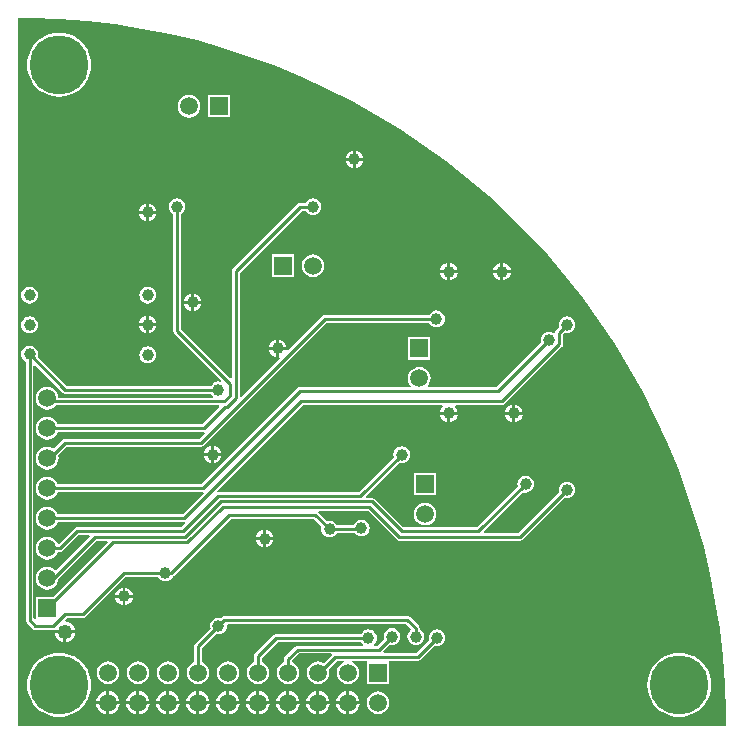
<source format=gbl>
%FSLAX24Y24*%
%MOIN*%
%SFA1B1*%

%IPPOS*%
%ADD24C,0.009840*%
%ADD26C,0.059060*%
%ADD27R,0.059060X0.059060*%
%ADD28R,0.059060X0.059060*%
%ADD29C,0.039370*%
%ADD30C,0.049210*%
%ADD31C,0.196850*%
%LNdeploy-1*%
%LPD*%
G36*
X1390Y23585D02*
X2315Y23512D01*
X3237Y23403*
X4153Y23258*
X5063Y23077*
X5965Y22861*
X6858Y22609*
X7740Y22322*
X8611Y22001*
X9468Y21646*
X10310Y21258*
X11137Y20836*
X11947Y20383*
X12738Y19898*
X13509Y19383*
X14260Y18838*
X14988Y18263*
X15694Y17661*
X16375Y17031*
X17031Y16375*
X17661Y15694*
X18263Y14988*
X18838Y14260*
X19383Y13509*
X19898Y12738*
X20383Y11947*
X20836Y11137*
X21258Y10310*
X21646Y9468*
X22001Y8611*
X22322Y7740*
X22609Y6858*
X22861Y5965*
X23077Y5063*
X23258Y4153*
X23403Y3237*
X23512Y2315*
X23585Y1390*
X23622Y463*
X23622Y0*
X0*
Y23622*
X463*
X1390Y23585*
G37*
%LNdeploy-2*%
%LPC*%
G36*
X8057Y1178D02*
Y836D01*
X8398*
X8391Y890*
X8351Y986*
X8288Y1068*
X8206Y1131*
X8110Y1171*
X8057Y1178*
G37*
G36*
X6057D02*
Y836D01*
X6398*
X6391Y890*
X6351Y986*
X6288Y1068*
X6206Y1131*
X6110Y1171*
X6057Y1178*
G37*
G36*
X3057D02*
Y836D01*
X3398*
X3391Y890*
X3351Y986*
X3288Y1068*
X3206Y1131*
X3110Y1171*
X3057Y1178*
G37*
G36*
X11057D02*
Y836D01*
X11398*
X11391Y890*
X11351Y986*
X11288Y1068*
X11206Y1131*
X11110Y1171*
X11057Y1178*
G37*
G36*
X7057D02*
Y836D01*
X7398*
X7391Y890*
X7351Y986*
X7288Y1068*
X7206Y1131*
X7110Y1171*
X7057Y1178*
G37*
G36*
X10057D02*
Y836D01*
X10398*
X10391Y890*
X10351Y986*
X10288Y1068*
X10206Y1131*
X10110Y1171*
X10057Y1178*
G37*
G36*
X9057D02*
Y836D01*
X9398*
X9391Y890*
X9351Y986*
X9288Y1068*
X9206Y1131*
X9110Y1171*
X9057Y1178*
G37*
G36*
X6958D02*
X6905Y1171D01*
X6809Y1131*
X6727Y1068*
X6664Y986*
X6624Y890*
X6617Y836*
X6958*
Y1178*
G37*
G36*
X2958D02*
X2905Y1171D01*
X2809Y1131*
X2727Y1068*
X2664Y986*
X2624Y890*
X2617Y836*
X2958*
Y1178*
G37*
G36*
X9958D02*
X9905Y1171D01*
X9809Y1131*
X9727Y1068*
X9664Y986*
X9624Y890*
X9617Y836*
X9958*
Y1178*
G37*
G36*
X5057D02*
Y836D01*
X5398*
X5391Y890*
X5351Y986*
X5288Y1068*
X5206Y1131*
X5110Y1171*
X5057Y1178*
G37*
G36*
X4057D02*
Y836D01*
X4398*
X4391Y890*
X4351Y986*
X4288Y1068*
X4206Y1131*
X4110Y1171*
X4057Y1178*
G37*
G36*
X10958D02*
X10905Y1171D01*
X10809Y1131*
X10727Y1068*
X10664Y986*
X10624Y890*
X10617Y836*
X10958*
Y1178*
G37*
G36*
X3834Y4281D02*
X3592D01*
Y4039*
X3620Y4043*
X3692Y4072*
X3753Y4120*
X3801Y4181*
X3831Y4253*
X3834Y4281*
G37*
G36*
X3494D02*
X3252D01*
X3255Y4253*
X3285Y4181*
X3332Y4120*
X3394Y4072*
X3466Y4043*
X3494Y4039*
Y4281*
G37*
G36*
X12992Y3673D02*
X6888D01*
X6838Y3663*
X6796Y3635*
X6773Y3612*
X6764Y3616*
X6692Y3625*
X6621Y3616*
X6553Y3588*
X6496Y3544*
X6452Y3486*
X6424Y3419*
X6414Y3347*
X6424Y3275*
X6428Y3267*
X5915Y2755*
X5887Y2712*
X5877Y2662*
Y2138*
X5819Y2114*
X5741Y2054*
X5681Y1976*
X5643Y1885*
X5630Y1787*
X5643Y1689*
X5681Y1598*
X5741Y1520*
X5819Y1460*
X5910Y1423*
X6007Y1410*
X6105Y1423*
X6196Y1460*
X6274Y1520*
X6334Y1598*
X6372Y1689*
X6385Y1787*
X6372Y1885*
X6334Y1976*
X6274Y2054*
X6196Y2114*
X6138Y2138*
Y2608*
X6612Y3082*
X6621Y3079*
X6692Y3069*
X6764Y3079*
X6831Y3107*
X6889Y3151*
X6933Y3208*
X6961Y3275*
X6970Y3347*
X6967Y3375*
X7000Y3412*
X12938*
X13095Y3255*
X13092Y3205*
X13071Y3188*
X13027Y3131*
X12999Y3064*
X12989Y2992*
X12999Y2920*
X13027Y2853*
X13071Y2795*
X13128Y2751*
X13195Y2723*
X13267Y2714*
X13339Y2723*
X13406Y2751*
X13464Y2795*
X13508Y2853*
X13536Y2920*
X13545Y2992*
X13536Y3064*
X13508Y3131*
X13464Y3188*
X13406Y3232*
X13398Y3236*
Y3267*
X13388Y3317*
X13360Y3360*
X13084Y3635*
X13042Y3663*
X13033Y3665*
X12992Y3673*
G37*
G36*
X8179Y6210D02*
X7937D01*
X7940Y6182*
X7970Y6110*
X8017Y6049*
X8079Y6001*
X8151Y5972*
X8179Y5968*
Y6210*
G37*
G36*
X3592Y4622D02*
Y4379D01*
X3834*
X3831Y4407*
X3801Y4479*
X3753Y4541*
X3692Y4588*
X3620Y4618*
X3592Y4622*
G37*
G36*
X3494D02*
X3466Y4618D01*
X3394Y4588*
X3332Y4541*
X3285Y4479*
X3255Y4407*
X3252Y4379*
X3494*
Y4622*
G37*
G36*
X1915Y3100D02*
X1624D01*
Y2808*
X1664Y2814*
X1748Y2848*
X1820Y2903*
X1875Y2975*
X1910Y3059*
X1915Y3100*
G37*
G36*
X5007Y2164D02*
X4910Y2151D01*
X4819Y2114*
X4741Y2054*
X4681Y1976*
X4643Y1885*
X4630Y1787*
X4643Y1689*
X4681Y1598*
X4741Y1520*
X4819Y1460*
X4910Y1423*
X5007Y1410*
X5105Y1423*
X5196Y1460*
X5274Y1520*
X5334Y1598*
X5372Y1689*
X5385Y1787*
X5372Y1885*
X5334Y1976*
X5274Y2054*
X5196Y2114*
X5105Y2151*
X5007Y2164*
G37*
G36*
X4007D02*
X3910Y2151D01*
X3819Y2114*
X3741Y2054*
X3681Y1976*
X3643Y1885*
X3630Y1787*
X3643Y1689*
X3681Y1598*
X3741Y1520*
X3819Y1460*
X3910Y1423*
X4007Y1410*
X4105Y1423*
X4196Y1460*
X4274Y1520*
X4334Y1598*
X4372Y1689*
X4385Y1787*
X4372Y1885*
X4334Y1976*
X4274Y2054*
X4196Y2114*
X4105Y2151*
X4007Y2164*
G37*
G36*
X3007D02*
X2910Y2151D01*
X2819Y2114*
X2741Y2054*
X2681Y1976*
X2643Y1885*
X2630Y1787*
X2643Y1689*
X2681Y1598*
X2741Y1520*
X2819Y1460*
X2910Y1423*
X3007Y1410*
X3105Y1423*
X3196Y1460*
X3274Y1520*
X3334Y1598*
X3372Y1689*
X3385Y1787*
X3372Y1885*
X3334Y1976*
X3274Y2054*
X3196Y2114*
X3105Y2151*
X3007Y2164*
G37*
G36*
X1525Y3100D02*
X1233D01*
X1239Y3059*
X1273Y2975*
X1329Y2903*
X1401Y2848*
X1484Y2814*
X1525Y2808*
Y3100*
G37*
G36*
X12480Y3270D02*
X12408Y3260D01*
X12341Y3232*
X12283Y3188*
X12239Y3131*
X12211Y3064*
X12202Y2992*
X12211Y2920*
X12215Y2911*
X11993Y2689*
X11884*
X11867Y2739*
X11889Y2756*
X11933Y2813*
X11961Y2880*
X11970Y2952*
X11961Y3024*
X11933Y3091*
X11889Y3149*
X11831Y3193*
X11764Y3221*
X11692Y3230*
X11621Y3221*
X11553Y3193*
X11496Y3149*
X11452Y3091*
X11448Y3083*
X8622*
X8572Y3073*
X8529Y3045*
X7915Y2430*
X7887Y2388*
X7877Y2338*
Y2138*
X7819Y2114*
X7741Y2054*
X7681Y1976*
X7643Y1885*
X7630Y1787*
X7643Y1689*
X7681Y1598*
X7741Y1520*
X7819Y1460*
X7910Y1423*
X8007Y1410*
X8105Y1423*
X8196Y1460*
X8274Y1520*
X8334Y1598*
X8372Y1689*
X8385Y1787*
X8372Y1885*
X8334Y1976*
X8274Y2054*
X8196Y2114*
X8138Y2138*
Y2284*
X8676Y2822*
X11448*
X11452Y2813*
X11496Y2756*
X11518Y2739*
X11501Y2689*
X9330*
X9280Y2679*
X9238Y2651*
X8915Y2328*
X8887Y2286*
X8877Y2236*
Y2138*
X8819Y2114*
X8741Y2054*
X8681Y1976*
X8643Y1885*
X8630Y1787*
X8643Y1689*
X8681Y1598*
X8741Y1520*
X8819Y1460*
X8910Y1423*
X9007Y1410*
X9105Y1423*
X9196Y1460*
X9274Y1520*
X9334Y1598*
X9372Y1689*
X9385Y1787*
X9372Y1885*
X9334Y1976*
X9274Y2054*
X9196Y2114*
X9145Y2135*
X9140Y2184*
X9384Y2428*
X10441*
X10461Y2378*
X10197Y2113*
X10196Y2114*
X10105Y2151*
X10007Y2164*
X9910Y2151*
X9819Y2114*
X9741Y2054*
X9681Y1976*
X9643Y1885*
X9630Y1787*
X9643Y1689*
X9681Y1598*
X9741Y1520*
X9819Y1460*
X9910Y1423*
X10007Y1410*
X10105Y1423*
X10196Y1460*
X10274Y1520*
X10334Y1598*
X10372Y1689*
X10385Y1787*
X10372Y1885*
X10362Y1909*
X10644Y2192*
X10877*
X10887Y2142*
X10819Y2114*
X10741Y2054*
X10681Y1976*
X10643Y1885*
X10630Y1787*
X10643Y1689*
X10681Y1598*
X10741Y1520*
X10819Y1460*
X10910Y1423*
X11007Y1410*
X11105Y1423*
X11196Y1460*
X11274Y1520*
X11334Y1598*
X11372Y1689*
X11385Y1787*
X11372Y1885*
X11334Y1976*
X11274Y2054*
X11196Y2114*
X11128Y2142*
X11138Y2192*
X11596*
X11633Y2161*
Y2142*
Y1413*
X12381*
Y2142*
Y2161*
X12419Y2192*
X13346*
X13396Y2202*
X13438Y2230*
X13895Y2687*
X13904Y2684*
X13976Y2674*
X14048Y2684*
X14115Y2712*
X14172Y2756*
X14217Y2813*
X14244Y2880*
X14254Y2952*
X14244Y3024*
X14217Y3091*
X14172Y3149*
X14115Y3193*
X14048Y3221*
X13976Y3230*
X13904Y3221*
X13837Y3193*
X13779Y3149*
X13735Y3091*
X13707Y3024*
X13698Y2952*
X13707Y2880*
X13711Y2872*
X13292Y2453*
X12196*
X12176Y2503*
X12399Y2727*
X12408Y2723*
X12480Y2714*
X12552Y2723*
X12619Y2751*
X12676Y2795*
X12721Y2853*
X12748Y2920*
X12758Y2992*
X12748Y3064*
X12721Y3131*
X12676Y3188*
X12619Y3232*
X12552Y3260*
X12480Y3270*
G37*
G36*
X7007Y2164D02*
X6910Y2151D01*
X6819Y2114*
X6741Y2054*
X6681Y1976*
X6643Y1885*
X6630Y1787*
X6643Y1689*
X6681Y1598*
X6741Y1520*
X6819Y1460*
X6910Y1423*
X7007Y1410*
X7105Y1423*
X7196Y1460*
X7274Y1520*
X7334Y1598*
X7372Y1689*
X7385Y1787*
X7372Y1885*
X7334Y1976*
X7274Y2054*
X7196Y2114*
X7105Y2151*
X7007Y2164*
G37*
G36*
X9958Y738D02*
X9617D01*
X9624Y684*
X9664Y588*
X9727Y506*
X9809Y443*
X9905Y403*
X9958Y396*
Y738*
G37*
G36*
X8958D02*
X8617D01*
X8624Y684*
X8664Y588*
X8727Y506*
X8809Y443*
X8905Y403*
X8958Y396*
Y738*
G37*
G36*
X7958D02*
X7617D01*
X7624Y684*
X7664Y588*
X7727Y506*
X7809Y443*
X7905Y403*
X7958Y396*
Y738*
G37*
G36*
X4398D02*
X4057D01*
Y396*
X4110Y403*
X4206Y443*
X4288Y506*
X4351Y588*
X4391Y684*
X4398Y738*
G37*
G36*
X3398D02*
X3057D01*
Y396*
X3110Y403*
X3206Y443*
X3288Y506*
X3351Y588*
X3391Y684*
X3398Y738*
G37*
G36*
X10958D02*
X10617D01*
X10624Y684*
X10664Y588*
X10727Y506*
X10809Y443*
X10905Y403*
X10958Y396*
Y738*
G37*
G36*
X6958D02*
X6617D01*
X6624Y684*
X6664Y588*
X6727Y506*
X6809Y443*
X6905Y403*
X6958Y396*
Y738*
G37*
G36*
X2958D02*
X2617D01*
X2624Y684*
X2664Y588*
X2727Y506*
X2809Y443*
X2905Y403*
X2958Y396*
Y738*
G37*
G36*
X22047Y2444D02*
X21880Y2431D01*
X21717Y2392*
X21563Y2328*
X21420Y2240*
X21293Y2131*
X21184Y2004*
X21097Y1862*
X21033Y1707*
X20994Y1544*
X20981Y1378*
X20994Y1211*
X21033Y1048*
X21097Y893*
X21184Y751*
X21293Y624*
X21420Y515*
X21563Y427*
X21717Y363*
X21880Y324*
X22047Y311*
X22214Y324*
X22376Y363*
X22531Y427*
X22674Y515*
X22801Y624*
X22909Y751*
X22997Y893*
X23061Y1048*
X23100Y1211*
X23113Y1378*
X23100Y1544*
X23061Y1707*
X22997Y1862*
X22909Y2004*
X22801Y2131*
X22674Y2240*
X22531Y2328*
X22376Y2392*
X22214Y2431*
X22047Y2444*
G37*
G36*
X1378D02*
X1211Y2431D01*
X1048Y2392*
X893Y2328*
X751Y2240*
X624Y2131*
X515Y2004*
X427Y1862*
X363Y1707*
X324Y1544*
X311Y1378*
X324Y1211*
X363Y1048*
X427Y893*
X515Y751*
X624Y624*
X751Y515*
X893Y427*
X1048Y363*
X1211Y324*
X1378Y311*
X1544Y324*
X1707Y363*
X1862Y427*
X2004Y515*
X2131Y624*
X2240Y751*
X2328Y893*
X2392Y1048*
X2431Y1211*
X2444Y1378*
X2431Y1544*
X2392Y1707*
X2328Y1862*
X2240Y2004*
X2131Y2131*
X2004Y2240*
X1862Y2328*
X1707Y2392*
X1544Y2431*
X1378Y2444*
G37*
G36*
X5958Y738D02*
X5617D01*
X5624Y684*
X5664Y588*
X5727Y506*
X5809Y443*
X5905Y403*
X5958Y396*
Y738*
G37*
G36*
X4958D02*
X4617D01*
X4624Y684*
X4664Y588*
X4727Y506*
X4809Y443*
X4905Y403*
X4958Y396*
Y738*
G37*
G36*
X3958D02*
X3617D01*
X3624Y684*
X3664Y588*
X3727Y506*
X3809Y443*
X3905Y403*
X3958Y396*
Y738*
G37*
G36*
X8958Y1178D02*
X8905Y1171D01*
X8809Y1131*
X8727Y1068*
X8664Y986*
X8624Y890*
X8617Y836*
X8958*
Y1178*
G37*
G36*
X4958D02*
X4905Y1171D01*
X4809Y1131*
X4727Y1068*
X4664Y986*
X4624Y890*
X4617Y836*
X4958*
Y1178*
G37*
G36*
X12007Y1164D02*
X11910Y1151D01*
X11819Y1114*
X11741Y1054*
X11681Y976*
X11643Y885*
X11630Y787*
X11643Y689*
X11681Y598*
X11741Y520*
X11819Y460*
X11910Y423*
X12007Y410*
X12105Y423*
X12196Y460*
X12274Y520*
X12334Y598*
X12372Y689*
X12385Y787*
X12372Y885*
X12334Y976*
X12274Y1054*
X12196Y1114*
X12105Y1151*
X12007Y1164*
G37*
G36*
X7958Y1178D02*
X7905Y1171D01*
X7809Y1131*
X7727Y1068*
X7664Y986*
X7624Y890*
X7617Y836*
X7958*
Y1178*
G37*
G36*
X5958D02*
X5905Y1171D01*
X5809Y1131*
X5727Y1068*
X5664Y986*
X5624Y890*
X5617Y836*
X5958*
Y1178*
G37*
G36*
X3958D02*
X3905Y1171D01*
X3809Y1131*
X3727Y1068*
X3664Y986*
X3624Y890*
X3617Y836*
X3958*
Y1178*
G37*
G36*
X11398Y738D02*
X11057D01*
Y396*
X11110Y403*
X11206Y443*
X11288Y506*
X11351Y588*
X11391Y684*
X11398Y738*
G37*
G36*
X7398D02*
X7057D01*
Y396*
X7110Y403*
X7206Y443*
X7288Y506*
X7351Y588*
X7391Y684*
X7398Y738*
G37*
G36*
X6398D02*
X6057D01*
Y396*
X6110Y403*
X6206Y443*
X6288Y506*
X6351Y588*
X6391Y684*
X6398Y738*
G37*
G36*
X5398D02*
X5057D01*
Y396*
X5110Y403*
X5206Y443*
X5288Y506*
X5351Y588*
X5391Y684*
X5398Y738*
G37*
G36*
X10398D02*
X10057D01*
Y396*
X10110Y403*
X10206Y443*
X10288Y506*
X10351Y588*
X10391Y684*
X10398Y738*
G37*
G36*
X9398D02*
X9057D01*
Y396*
X9110Y403*
X9206Y443*
X9288Y506*
X9351Y588*
X9391Y684*
X9398Y738*
G37*
G36*
X8398D02*
X8057D01*
Y396*
X8110Y403*
X8206Y443*
X8288Y506*
X8351Y588*
X8391Y684*
X8398Y738*
G37*
G36*
X9842Y15731D02*
X9744Y15718D01*
X9653Y15681*
X9575Y15621*
X9515Y15542*
X9478Y15452*
X9465Y15354*
X9478Y15256*
X9515Y15165*
X9575Y15087*
X9653Y15027*
X9744Y14989*
X9842Y14977*
X9940Y14989*
X10031Y15027*
X10109Y15087*
X10169Y15165*
X10206Y15256*
X10219Y15354*
X10206Y15452*
X10169Y15542*
X10109Y15621*
X10031Y15681*
X9940Y15718*
X9842Y15731*
G37*
G36*
X16433Y15108D02*
X16190D01*
Y14866*
X16218Y14869*
X16290Y14899*
X16352Y14946*
X16399Y15008*
X16429Y15080*
X16433Y15108*
G37*
G36*
X16092D02*
X15850D01*
X15854Y15080*
X15883Y15008*
X15931Y14946*
X15992Y14899*
X16064Y14869*
X16092Y14866*
Y15108*
G37*
G36*
X14419Y15448D02*
Y15206D01*
X14661*
X14657Y15234*
X14628Y15306*
X14580Y15368*
X14519Y15415*
X14447Y15445*
X14419Y15448*
G37*
G36*
X14320D02*
X14293Y15445D01*
X14221Y15415*
X14159Y15368*
X14112Y15306*
X14082Y15234*
X14078Y15206*
X14320*
Y15448*
G37*
G36*
X9216Y15728D02*
X8468D01*
Y14980*
X9216*
Y15728*
G37*
G36*
X14661Y15108D02*
X14419D01*
Y14866*
X14447Y14869*
X14519Y14899*
X14580Y14946*
X14628Y15008*
X14657Y15080*
X14661Y15108*
G37*
G36*
X4330Y14648D02*
X4258Y14638D01*
X4191Y14610*
X4134Y14566*
X4090Y14509*
X4062Y14442*
X4052Y14370*
X4062Y14298*
X4090Y14231*
X4134Y14173*
X4191Y14129*
X4258Y14101*
X4330Y14092*
X4402Y14101*
X4469Y14129*
X4527Y14173*
X4571Y14231*
X4599Y14298*
X4608Y14370*
X4599Y14442*
X4571Y14509*
X4527Y14566*
X4469Y14610*
X4402Y14638*
X4330Y14648*
G37*
G36*
X393D02*
X321Y14638D01*
X254Y14610*
X197Y14566*
X153Y14509*
X125Y14442*
X115Y14370*
X125Y14298*
X153Y14231*
X197Y14173*
X254Y14129*
X321Y14101*
X393Y14092*
X465Y14101*
X532Y14129*
X590Y14173*
X634Y14231*
X662Y14298*
X671Y14370*
X662Y14442*
X634Y14509*
X590Y14566*
X532Y14610*
X465Y14638*
X393Y14648*
G37*
G36*
X6118Y14084D02*
X5876D01*
Y13842*
X5903Y13846*
X5975Y13875*
X6037Y13923*
X6084Y13984*
X6114Y14056*
X6118Y14084*
G37*
G36*
X14320Y15108D02*
X14078D01*
X14082Y15080*
X14112Y15008*
X14159Y14946*
X14221Y14899*
X14293Y14869*
X14320Y14866*
Y15108*
G37*
G36*
X5876Y14425D02*
Y14183D01*
X6118*
X6114Y14210*
X6084Y14282*
X6037Y14344*
X5975Y14391*
X5903Y14421*
X5876Y14425*
G37*
G36*
X5777D02*
X5749Y14421D01*
X5677Y14391*
X5616Y14344*
X5568Y14282*
X5539Y14210*
X5535Y14183*
X5777*
Y14425*
G37*
G36*
X11269Y19189D02*
Y18946D01*
X11511*
X11508Y18974*
X11478Y19046*
X11431Y19108*
X11369Y19155*
X11297Y19185*
X11269Y19189*
G37*
G36*
X11171D02*
X11143Y19185D01*
X11071Y19155*
X11009Y19108*
X10962Y19046*
X10932Y18974*
X10929Y18946*
X11171*
Y19189*
G37*
G36*
X11511Y18848D02*
X11269D01*
Y18606*
X11297Y18610*
X11369Y18639*
X11431Y18687*
X11478Y18748*
X11508Y18820*
X11511Y18848*
G37*
G36*
X1378Y23113D02*
X1211Y23100D01*
X1048Y23061*
X893Y22997*
X751Y22909*
X624Y22801*
X515Y22674*
X427Y22531*
X363Y22376*
X324Y22214*
X311Y22047*
X324Y21880*
X363Y21717*
X427Y21563*
X515Y21420*
X624Y21293*
X751Y21184*
X893Y21097*
X1048Y21033*
X1211Y20994*
X1378Y20981*
X1544Y20994*
X1707Y21033*
X1862Y21097*
X2004Y21184*
X2131Y21293*
X2240Y21420*
X2328Y21563*
X2392Y21717*
X2431Y21880*
X2444Y22047*
X2431Y22214*
X2392Y22376*
X2328Y22531*
X2240Y22674*
X2131Y22801*
X2004Y22909*
X1862Y22997*
X1707Y23061*
X1544Y23100*
X1378Y23113*
G37*
G36*
X7082Y21043D02*
X6334D01*
Y20295*
X7082*
Y21043*
G37*
G36*
X5708Y21046D02*
X5611Y21033D01*
X5520Y20996*
X5441Y20936*
X5382Y20857*
X5344Y20766*
X5331Y20669*
X5344Y20571*
X5382Y20480*
X5441Y20402*
X5520Y20342*
X5611Y20304*
X5708Y20292*
X5806Y20304*
X5897Y20342*
X5975Y20402*
X6035Y20480*
X6073Y20571*
X6085Y20669*
X6073Y20766*
X6035Y20857*
X5975Y20936*
X5897Y20996*
X5806Y21033*
X5708Y21046*
G37*
G36*
X11171Y18848D02*
X10929D01*
X10932Y18820*
X10962Y18748*
X11009Y18687*
X11071Y18639*
X11143Y18610*
X11171Y18606*
Y18848*
G37*
G36*
X4281Y17076D02*
X4039D01*
X4043Y17048*
X4072Y16977*
X4120Y16915*
X4181Y16868*
X4253Y16838*
X4281Y16834*
Y17076*
G37*
G36*
X16190Y15448D02*
Y15206D01*
X16433*
X16429Y15234*
X16399Y15306*
X16352Y15368*
X16290Y15415*
X16218Y15445*
X16190Y15448*
G37*
G36*
X16092D02*
X16064Y15445D01*
X15992Y15415*
X15931Y15368*
X15883Y15306*
X15854Y15234*
X15850Y15206*
X16092*
Y15448*
G37*
G36*
X4379Y17417D02*
Y17175D01*
X4622*
X4618Y17203*
X4588Y17274*
X4541Y17336*
X4479Y17383*
X4407Y17413*
X4379Y17417*
G37*
G36*
X4281D02*
X4253Y17413D01*
X4181Y17383*
X4120Y17336*
X4072Y17274*
X4043Y17203*
X4039Y17175*
X4281*
Y17417*
G37*
G36*
X4622Y17076D02*
X4379D01*
Y16834*
X4407Y16838*
X4479Y16868*
X4541Y16915*
X4588Y16977*
X4618Y17048*
X4622Y17076*
G37*
G36*
X5777Y14084D02*
X5535D01*
X5539Y14056*
X5568Y13984*
X5616Y13923*
X5677Y13875*
X5749Y13846*
X5777Y13842*
Y14084*
G37*
G36*
X14320Y10383D02*
X14078D01*
X14082Y10356*
X14112Y10284*
X14159Y10222*
X14221Y10175*
X14293Y10145*
X14320Y10141*
Y10383*
G37*
G36*
X6545Y9346D02*
Y9104D01*
X6787*
X6783Y9132*
X6754Y9204*
X6706Y9265*
X6645Y9313*
X6573Y9342*
X6545Y9346*
G37*
G36*
X6446D02*
X6419Y9342D01*
X6347Y9313*
X6285Y9265*
X6238Y9204*
X6208Y9132*
X6204Y9104*
X6446*
Y9346*
G37*
G36*
X16826Y10383D02*
X16584D01*
Y10141*
X16612Y10145*
X16684Y10175*
X16746Y10222*
X16793Y10284*
X16823Y10356*
X16826Y10383*
G37*
G36*
X16486D02*
X16244D01*
X16247Y10356*
X16277Y10284*
X16324Y10222*
X16386Y10175*
X16458Y10145*
X16486Y10141*
Y10383*
G37*
G36*
X14661D02*
X14419D01*
Y10141*
X14447Y10145*
X14519Y10175*
X14580Y10222*
X14628Y10284*
X14657Y10356*
X14661Y10383*
G37*
G36*
X6787Y9005D02*
X6545D01*
Y8763*
X6573Y8767*
X6645Y8797*
X6706Y8844*
X6754Y8906*
X6783Y8978*
X6787Y9005*
G37*
G36*
X8277Y6551D02*
Y6309D01*
X8519*
X8516Y6336*
X8486Y6408*
X8438Y6470*
X8377Y6517*
X8305Y6547*
X8277Y6551*
G37*
G36*
X8179D02*
X8151Y6547D01*
X8079Y6517*
X8017Y6470*
X7970Y6408*
X7940Y6336*
X7937Y6309*
X8179*
Y6551*
G37*
G36*
X8519Y6210D02*
X8277D01*
Y5968*
X8305Y5972*
X8377Y6001*
X8438Y6049*
X8486Y6110*
X8516Y6182*
X8519Y6210*
G37*
G36*
X6446Y9005D02*
X6204D01*
X6208Y8978*
X6238Y8906*
X6285Y8844*
X6347Y8797*
X6419Y8767*
X6446Y8763*
Y9005*
G37*
G36*
X13956Y8444D02*
X13208D01*
Y7696*
X13956*
Y8444*
G37*
G36*
X13582Y7448D02*
X13485Y7435D01*
X13394Y7397*
X13315Y7337*
X13256Y7259*
X13218Y7168*
X13205Y7070*
X13218Y6973*
X13256Y6882*
X13315Y6804*
X13394Y6744*
X13485Y6706*
X13582Y6693*
X13680Y6706*
X13771Y6744*
X13849Y6804*
X13909Y6882*
X13947Y6973*
X13959Y7070*
X13947Y7168*
X13909Y7259*
X13849Y7337*
X13771Y7397*
X13680Y7435*
X13582Y7448*
G37*
G36*
X4622Y13336D02*
X4379D01*
Y13094*
X4407Y13098*
X4479Y13127*
X4541Y13175*
X4588Y13236*
X4618Y13308*
X4622Y13336*
G37*
G36*
X4281D02*
X4039D01*
X4043Y13308*
X4072Y13236*
X4120Y13175*
X4181Y13127*
X4253Y13098*
X4281Y13094*
Y13336*
G37*
G36*
X8710Y12889D02*
Y12647D01*
X8952*
X8949Y12675*
X8919Y12747*
X8872Y12809*
X8810Y12856*
X8738Y12886*
X8710Y12889*
G37*
G36*
X4379Y13677D02*
Y13435D01*
X4622*
X4618Y13462*
X4588Y13534*
X4541Y13596*
X4479Y13643*
X4407Y13673*
X4379Y13677*
G37*
G36*
X4281D02*
X4253Y13673D01*
X4181Y13643*
X4120Y13596*
X4072Y13534*
X4043Y13462*
X4039Y13435*
X4281*
Y13677*
G37*
G36*
X393Y13663D02*
X321Y13654D01*
X254Y13626*
X197Y13582*
X153Y13524*
X125Y13457*
X115Y13385*
X125Y13313*
X153Y13246*
X197Y13189*
X254Y13145*
X321Y13117*
X393Y13107*
X465Y13117*
X532Y13145*
X590Y13189*
X634Y13246*
X662Y13313*
X671Y13385*
X662Y13457*
X634Y13524*
X590Y13582*
X532Y13626*
X465Y13654*
X393Y13663*
G37*
G36*
X8612Y12889D02*
X8584Y12886D01*
X8512Y12856*
X8450Y12809*
X8403Y12747*
X8373Y12675*
X8370Y12647*
X8612*
Y12889*
G37*
G36*
X9842Y17600D02*
X9770Y17591D01*
X9703Y17563*
X9646Y17519*
X9601Y17461*
X9598Y17453*
X9409*
X9359Y17443*
X9317Y17415*
X7171Y15269*
X7143Y15227*
X7133Y15177*
Y11620*
X7087Y11601*
X5445Y13243*
Y17078*
X5453Y17082*
X5511Y17126*
X5555Y17183*
X5583Y17250*
X5592Y17322*
X5583Y17394*
X5555Y17461*
X5511Y17519*
X5453Y17563*
X5386Y17591*
X5315Y17600*
X5243Y17591*
X5176Y17563*
X5118Y17519*
X5074Y17461*
X5046Y17394*
X5037Y17322*
X5046Y17250*
X5074Y17183*
X5118Y17126*
X5176Y17082*
X5184Y17078*
Y13189*
X5194Y13139*
X5222Y13096*
X6784Y11535*
X6770Y11501*
X6759Y11489*
X6692Y11498*
X6621Y11489*
X6553Y11461*
X6496Y11417*
X6452Y11359*
X6448Y11350*
X1628*
X658Y12321*
X662Y12329*
X671Y12401*
X662Y12473*
X634Y12540*
X590Y12598*
X532Y12642*
X465Y12670*
X393Y12679*
X321Y12670*
X254Y12642*
X197Y12598*
X153Y12540*
X125Y12473*
X115Y12401*
X125Y12329*
X153Y12262*
X197Y12205*
X254Y12160*
X263Y12157*
Y3543*
X273Y3493*
X301Y3451*
X498Y3254*
X540Y3225*
X590Y3216*
X1181*
X1185Y3216*
X1205Y3198*
X1915*
X1910Y3239*
X1875Y3323*
X1820Y3395*
X1748Y3450*
X1664Y3485*
X1585Y3495*
X1560Y3541*
X1628Y3609*
X2165*
X2215Y3619*
X2257Y3647*
X3597Y4987*
X4677*
X4680Y4979*
X4724Y4921*
X4782Y4877*
X4849Y4849*
X4921Y4840*
X4993Y4849*
X5060Y4877*
X5117Y4921*
X5162Y4979*
X5170Y4999*
X5210Y5025*
X7101Y6916*
X9867*
X10128Y6655*
X10125Y6646*
X10115Y6574*
X10125Y6502*
X10153Y6435*
X10197Y6378*
X10254Y6334*
X10321Y6306*
X10393Y6296*
X10465Y6306*
X10532Y6334*
X10590Y6378*
X10634Y6435*
X10638Y6444*
X11239*
X11260Y6417*
X11317Y6373*
X11384Y6345*
X11456Y6336*
X11528Y6345*
X11595Y6373*
X11653Y6417*
X11697Y6475*
X11725Y6542*
X11734Y6614*
X11725Y6686*
X11697Y6753*
X11653Y6810*
X11595Y6854*
X11528Y6882*
X11456Y6892*
X11384Y6882*
X11317Y6854*
X11260Y6810*
X11216Y6753*
X11196Y6705*
X10638*
X10634Y6713*
X10590Y6771*
X10532Y6815*
X10465Y6843*
X10393Y6852*
X10321Y6843*
X10313Y6839*
X10016Y7136*
X10017Y7149*
X10033Y7186*
X11669*
X12629Y6226*
X12672Y6198*
X12721Y6188*
X16752*
X16801Y6198*
X16844Y6226*
X18226Y7609*
X18235Y7605*
X18307Y7596*
X18379Y7605*
X18446Y7633*
X18503Y7677*
X18547Y7735*
X18575Y7802*
X18585Y7874*
X18575Y7946*
X18547Y8013*
X18503Y8070*
X18446Y8114*
X18379Y8142*
X18307Y8152*
X18235Y8142*
X18168Y8114*
X18110Y8070*
X18066Y8013*
X18038Y7946*
X18029Y7874*
X18038Y7802*
X18042Y7793*
X16697Y6449*
X15557*
X15538Y6495*
X16848Y7805*
X16857Y7802*
X16929Y7792*
X17001Y7802*
X17068Y7830*
X17125Y7874*
X17169Y7931*
X17197Y7998*
X17207Y8070*
X17197Y8142*
X17169Y8209*
X17125Y8267*
X17068Y8311*
X17001Y8339*
X16929Y8348*
X16857Y8339*
X16790Y8311*
X16732Y8267*
X16688Y8209*
X16660Y8142*
X16651Y8070*
X16660Y7998*
X16664Y7990*
X15300Y6626*
X12849*
X11889Y7586*
X11847Y7614*
X11797Y7624*
X11614*
X11595Y7670*
X12714Y8790*
X12723Y8786*
X12795Y8777*
X12867Y8786*
X12934Y8814*
X12991Y8858*
X13036Y8916*
X13063Y8983*
X13073Y9055*
X13063Y9127*
X13036Y9194*
X12991Y9251*
X12934Y9295*
X12867Y9323*
X12795Y9333*
X12723Y9323*
X12656Y9295*
X12598Y9251*
X12554Y9194*
X12526Y9127*
X12517Y9055*
X12526Y8983*
X12530Y8974*
X11363Y7807*
X6692*
X6682Y7805*
X6658Y7851*
X9502Y10696*
X14146*
X14162Y10646*
X14159Y10643*
X14112Y10582*
X14082Y10510*
X14078Y10482*
X14661*
X14657Y10510*
X14628Y10582*
X14580Y10643*
X14577Y10646*
X14594Y10696*
X16128*
X16178Y10706*
X16220Y10734*
X18133Y12647*
X18161Y12689*
X18171Y12739*
Y13066*
X18226Y13120*
X18235Y13117*
X18307Y13107*
X18379Y13117*
X18446Y13145*
X18503Y13189*
X18547Y13246*
X18575Y13313*
X18585Y13385*
X18575Y13457*
X18547Y13524*
X18503Y13582*
X18446Y13626*
X18379Y13654*
X18307Y13663*
X18235Y13654*
X18168Y13626*
X18110Y13582*
X18066Y13524*
X18038Y13457*
X18029Y13385*
X18038Y13313*
X18042Y13305*
X17949Y13212*
X17920Y13170*
X17913Y13133*
X17866Y13106*
X17855Y13114*
X17788Y13142*
X17716Y13152*
X17644Y13142*
X17577Y13114*
X17520Y13070*
X17475Y13013*
X17448Y12946*
X17438Y12874*
X17448Y12802*
X17451Y12793*
X15963Y11305*
X13695*
X13671Y11355*
X13712Y11409*
X13750Y11500*
X13763Y11598*
X13750Y11696*
X13712Y11787*
X13652Y11865*
X13574Y11925*
X13483Y11962*
X13385Y11975*
X13288Y11962*
X13197Y11925*
X13119Y11865*
X13059Y11787*
X13021Y11696*
X13008Y11598*
X13021Y11500*
X13059Y11409*
X13100Y11355*
X13076Y11305*
X9403*
X9353Y11295*
X9311Y11267*
X6111Y8067*
X1335*
X1311Y8125*
X1251Y8203*
X1172Y8263*
X1081Y8301*
X984Y8314*
X886Y8301*
X795Y8263*
X717Y8203*
X657Y8125*
X619Y8034*
X607Y7937*
X619Y7839*
X657Y7748*
X717Y7670*
X795Y7610*
X886Y7572*
X984Y7559*
X1081Y7572*
X1172Y7610*
X1251Y7670*
X1311Y7748*
X1335Y7806*
X6165*
X6175Y7808*
X6200Y7762*
X5505Y7067*
X1335*
X1311Y7125*
X1251Y7203*
X1172Y7263*
X1081Y7301*
X984Y7314*
X886Y7301*
X795Y7263*
X717Y7203*
X657Y7125*
X619Y7034*
X607Y6937*
X619Y6839*
X657Y6748*
X717Y6670*
X795Y6610*
X886Y6572*
X984Y6559*
X1081Y6572*
X1172Y6610*
X1251Y6670*
X1311Y6748*
X1335Y6806*
X5559*
X5569Y6808*
X5593Y6762*
X5457Y6626*
X1968*
X1918Y6616*
X1876Y6588*
X1379Y6091*
X1320Y6103*
X1311Y6125*
X1251Y6203*
X1172Y6263*
X1081Y6301*
X984Y6314*
X886Y6301*
X795Y6263*
X717Y6203*
X657Y6125*
X619Y6034*
X607Y5937*
X619Y5839*
X657Y5748*
X717Y5670*
X795Y5610*
X886Y5572*
X984Y5559*
X1081Y5572*
X1172Y5610*
X1251Y5670*
X1311Y5748*
X1335Y5806*
X1409*
X1459Y5816*
X1501Y5844*
X2022Y6365*
X2375*
X2394Y6319*
X1277Y5202*
X1251Y5203*
X1172Y5263*
X1081Y5301*
X984Y5314*
X886Y5301*
X795Y5263*
X717Y5203*
X657Y5125*
X619Y5034*
X607Y4937*
X619Y4839*
X657Y4748*
X717Y4670*
X795Y4610*
X886Y4572*
X984Y4559*
X1081Y4572*
X1172Y4610*
X1251Y4670*
X1311Y4748*
X1348Y4839*
X1358Y4914*
X2632Y6188*
X2985*
X3005Y6142*
X1173Y4311*
X610*
Y3608*
Y3582*
X561Y3560*
X524Y3597*
Y12021*
X570Y12040*
X1482Y11128*
X1524Y11099*
X1574Y11090*
X6448*
X6452Y11081*
X6496Y11023*
X6518Y11007*
X6501Y10957*
X1358*
X1348Y11034*
X1311Y11125*
X1251Y11203*
X1172Y11263*
X1081Y11301*
X984Y11314*
X886Y11301*
X795Y11263*
X717Y11203*
X657Y11125*
X619Y11034*
X607Y10937*
X619Y10839*
X657Y10748*
X717Y10670*
X795Y10610*
X886Y10572*
X984Y10559*
X1081Y10572*
X1172Y10610*
X1251Y10670*
X1271Y10696*
X6706*
X6725Y10650*
X6142Y10067*
X1335*
X1311Y10125*
X1251Y10203*
X1172Y10263*
X1081Y10301*
X984Y10314*
X886Y10301*
X795Y10263*
X717Y10203*
X657Y10125*
X619Y10034*
X607Y9937*
X619Y9839*
X657Y9748*
X717Y9670*
X795Y9610*
X886Y9572*
X984Y9559*
X1081Y9572*
X1172Y9610*
X1251Y9670*
X1311Y9748*
X1335Y9806*
X6196*
X6206Y9808*
X6231Y9762*
X6048Y9579*
X1574*
X1524Y9569*
X1482Y9541*
X1191Y9249*
X1172Y9263*
X1081Y9301*
X984Y9314*
X886Y9301*
X795Y9263*
X717Y9203*
X657Y9125*
X619Y9034*
X607Y8937*
X619Y8839*
X657Y8748*
X717Y8670*
X795Y8610*
X886Y8572*
X984Y8559*
X1081Y8572*
X1172Y8610*
X1251Y8670*
X1311Y8748*
X1348Y8839*
X1361Y8937*
X1348Y9034*
X1347Y9037*
X1628Y9318*
X6102*
X6152Y9328*
X6194Y9356*
X10290Y13452*
X13713*
X13717Y13443*
X13761Y13386*
X13818Y13341*
X13885Y13314*
X13957Y13304*
X14029Y13314*
X14096Y13341*
X14154Y13386*
X14198Y13443*
X14226Y13510*
X14235Y13582*
X14226Y13654*
X14198Y13721*
X14154Y13779*
X14096Y13823*
X14029Y13851*
X13957Y13860*
X13885Y13851*
X13818Y13823*
X13761Y13779*
X13717Y13721*
X13713Y13713*
X10236*
X10186Y13703*
X10144Y13674*
X9000Y12531*
X8965Y12549*
X8710*
Y12294*
X8728Y12258*
X7444Y10975*
X7394Y10995*
Y15123*
X9463Y17192*
X9598*
X9601Y17183*
X9646Y17126*
X9703Y17082*
X9770Y17054*
X9842Y17044*
X9914Y17054*
X9981Y17082*
X10039Y17126*
X10083Y17183*
X10111Y17250*
X10120Y17322*
X10111Y17394*
X10083Y17461*
X10039Y17519*
X9981Y17563*
X9914Y17591*
X9842Y17600*
G37*
G36*
X16584Y10724D02*
Y10482D01*
X16826*
X16823Y10510*
X16793Y10582*
X16746Y10643*
X16684Y10691*
X16612Y10720*
X16584Y10724*
G37*
G36*
X16486D02*
X16458Y10720D01*
X16386Y10691*
X16324Y10643*
X16277Y10582*
X16247Y10510*
X16244Y10482*
X16486*
Y10724*
G37*
G36*
X8612Y12549D02*
X8370D01*
X8373Y12521*
X8403Y12449*
X8450Y12387*
X8512Y12340*
X8584Y12310*
X8612Y12307*
Y12549*
G37*
G36*
X13759Y12972D02*
X13011D01*
Y12224*
X13759*
Y12972*
G37*
G36*
X4330Y12663D02*
X4258Y12654D01*
X4191Y12626*
X4134Y12582*
X4090Y12524*
X4062Y12457*
X4052Y12385*
X4062Y12313*
X4090Y12246*
X4134Y12189*
X4191Y12145*
X4258Y12117*
X4330Y12107*
X4402Y12117*
X4469Y12145*
X4527Y12189*
X4571Y12246*
X4599Y12313*
X4608Y12385*
X4599Y12457*
X4571Y12524*
X4527Y12582*
X4469Y12626*
X4402Y12654*
X4330Y12663*
G37*
%LNdeploy-3*%
%LPD*%
G54D24*
X12992Y3543D02*
X13267Y3267D01*
X6888Y3543D02*
X12992D01*
X6692Y3347D02*
X6888Y3543D01*
X13267Y2992D02*
Y3267D01*
X13346Y2322D02*
X13976Y2952D01*
X10590Y2322D02*
X13346D01*
X10055Y1787D02*
X10590Y2322D01*
X10007Y1787D02*
X10055D01*
X12047Y2559D02*
X12480Y2992D01*
X9330Y2559D02*
X12047D01*
X9007Y2236D02*
X9330Y2559D01*
X9007Y1787D02*
Y2236D01*
X8622Y2952D02*
X11692D01*
X8007Y2338D02*
X8622Y2952D01*
X8007Y1787D02*
Y2338D01*
X6007Y2662D02*
X6692Y3347D01*
X6007Y1787D02*
Y2662D01*
X9921Y7047D02*
X10393Y6574D01*
X7047Y7047D02*
X9921D01*
X5118Y5118D02*
X7047Y7047D01*
X4921Y5118D02*
X5118D01*
X11417Y6574D02*
X11456Y6614D01*
X10393Y6574D02*
X11417D01*
X16752Y6318D02*
X18307Y7874D01*
X12721Y6318D02*
X16752D01*
X11723Y7316D02*
X12721Y6318D01*
X6833Y7316D02*
X11723D01*
X5658Y6141D02*
X6833Y7316D01*
X3189Y6141D02*
X5658D01*
X984Y3937D02*
X3189Y6141D01*
X12795Y6496D02*
X15354D01*
X11797Y7494D02*
X12795Y6496D01*
X6760Y7494D02*
X11797D01*
X15354Y6496D02*
X16929Y8070D01*
X5585Y6318D02*
X6760Y7494D01*
X2578Y6318D02*
X5585D01*
X1196Y4937D02*
X2578Y6318D01*
X11417Y7677D02*
X12795Y9055D01*
X6692Y7677D02*
X11417D01*
X5511Y6496D02*
X6692Y7677D01*
X1574Y11220D02*
X6692D01*
X12007Y1787D02*
Y1968D01*
X393Y12401D02*
X1574Y11220D01*
X5315Y13189D02*
Y17322D01*
Y13189D02*
X7086Y11417D01*
Y11023D02*
Y11417D01*
X393Y3543D02*
Y12401D01*
X2165Y3740D02*
X3543Y5118D01*
X4921*
X393Y3543D02*
X590Y3346D01*
X1181*
X1574Y3740*
X2165*
X6889Y10826D02*
X7086Y11023D01*
X1094Y10826D02*
X6889D01*
X984Y10937D02*
X1094Y10826D01*
X7263Y10950D02*
Y15177D01*
X6963Y10649D02*
X7263Y10950D01*
X6909Y10649D02*
X6963D01*
X6196Y9937D02*
X6909Y10649D01*
X984Y9937D02*
X6196D01*
X6102Y9448D02*
X10236Y13582D01*
X1574Y9448D02*
X6102D01*
X1063Y8937D02*
X1574Y9448D01*
X984Y8937D02*
X1063D01*
X7263Y15177D02*
X9409Y17322D01*
X9842*
X10236Y13582D02*
X13957D01*
X16017Y11175D02*
X17716Y12874D01*
X9403Y11175D02*
X16017D01*
X6165Y7937D02*
X9403Y11175D01*
X984Y7937D02*
X6165D01*
X18041Y13120D02*
X18307Y13385D01*
X18041Y12739D02*
Y13120D01*
X16128Y10826D02*
X18041Y12739D01*
X9448Y10826D02*
X16128D01*
X5559Y6937D02*
X9448Y10826D01*
X984Y6937D02*
X5559D01*
X1968Y6496D02*
X5511D01*
X1409Y5937D02*
X1968Y6496D01*
X984Y5937D02*
X1409D01*
X984Y4937D02*
X1196D01*
G54D26*
X984Y10937D03*
Y9937D03*
Y8937D03*
Y7937D03*
Y6937D03*
Y5937D03*
Y4937D03*
X5708Y20669D03*
X9842Y15354D03*
X3007Y787D03*
Y1787D03*
X4007Y787D03*
Y1787D03*
X5007Y787D03*
Y1787D03*
X6007Y787D03*
Y1787D03*
X7007Y787D03*
Y1787D03*
X8007Y787D03*
Y1787D03*
X9007Y787D03*
Y1787D03*
X10007Y787D03*
Y1787D03*
X11007Y787D03*
Y1787D03*
X12007Y787D03*
X13385Y11598D03*
X13582Y7070D03*
G54D27*
X984Y3937D03*
X13385Y12598D03*
X13582Y8070D03*
G54D28*
X6708Y20669D03*
X8842Y15354D03*
X12007Y1787D03*
G54D29*
X4330Y14370D03*
X5826Y14133D03*
X11692Y2952D03*
X12480Y2992D03*
X13267D03*
X13976Y2952D03*
X6692Y3347D03*
X8228Y6259D03*
X10393Y6574D03*
X11456Y6614D03*
X393Y13385D03*
Y14370D03*
X4921Y5118D03*
X3543Y4330D03*
X6692Y11220D03*
X6496Y9055D03*
X14370Y10433D03*
X16535D03*
X16141Y15157D03*
X14370D03*
X11220Y18897D03*
X393Y12401D03*
X4330Y12385D03*
Y13385D03*
Y17126D03*
X5315Y17322D03*
X9842D03*
X13957Y13582D03*
X17716Y12874D03*
X18307Y13385D03*
X12795Y9055D03*
X16929Y8070D03*
X18307Y7874D03*
X8661Y12598D03*
G54D30*
X1574Y3149D03*
G54D31*
X22047Y1378D03*
X1378Y22047D03*
Y1378D03*
M02*
</source>
